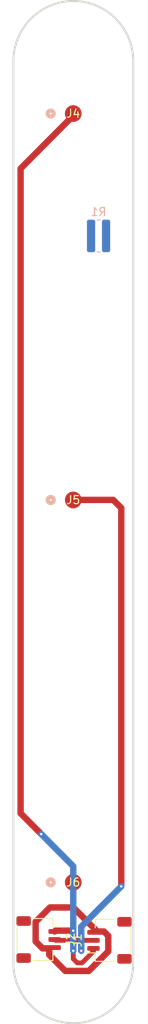
<source format=kicad_pcb>
(kicad_pcb (version 20240108) (generator "pcbnew") (generator_version "8.0")
  (layers (0 "F.Cu" signal) (31 "B.Cu" signal) (34 "B.Paste" user) (35 "F.Paste" user) (36 "B.SilkS" user "B.Silkscreen") (37 "F.SilkS" user "F.Silkscreen") (38 "B.Mask" user) (39 "F.Mask" user) (44 "Edge.Cuts" user))
  (net 0 "")
  (net 1 "GND")
  (net 2 "Signal")
  (net 3 "+3.3V")
  (footprint "Connector_JST:JST_SH_SM03B-SRSS-TB_1x03-1MP_P1.00mm_Horizontal" (layer "F.Cu") (at 154.175 148.1 -90)
    (property "Reference" "J2" (at 0 -3.98 90) (layer "F.SilkS"))
    (property "Value" "Conn_01x03_Pin")
    (fp_line (start -1.44 2.685) (end 1.44 2.685) (stroke (width 0.12)) (layer "F.SilkS"))
    (fp_line (start -2.61 0.715) (end -2.61 -1.785) (stroke (width 0.12)) (layer "F.SilkS"))
    (fp_line (start 2.61 0.715) (end 2.61 -1.785) (stroke (width 0.12)) (layer "F.SilkS"))
    (fp_line (start -2.61 -1.785) (end -1.56 -1.785) (stroke (width 0.12)) (layer "F.SilkS"))
    (fp_line (start -1.56 -1.785) (end -1.56 -2.775) (stroke (width 0.12)) (layer "F.SilkS"))
    (fp_line (start 2.61 -1.785) (end 1.56 -1.785) (stroke (width 0.12)) (layer "F.SilkS"))
    (pad "1" smd roundrect (at -1 -2 270) (size 0.6 1.55) (layers "F.Cu" "F.Paste" "F.Mask") (net 1 "GND"))
    (pad "2" smd roundrect (at 0 -2 270) (size 0.6 1.55) (layers "F.Cu" "F.Paste" "F.Mask") (net 2 "Signal"))
    (pad "3" smd roundrect (at 1 -2 270) (size 0.6 1.55) (layers "F.Cu" "F.Paste" "F.Mask") (net 3 "+3.3V"))
    (pad "MP" smd roundrect (at -2.3 1.875 270) (size 1.2 1.8) (layers "F.Cu" "F.Paste" "F.Mask") (roundrect_rratio 0.208333))
    (pad "MP" smd roundrect (at 2.3 1.875 270) (size 1.2 1.8) (layers "F.Cu" "F.Paste" "F.Mask") (roundrect_rratio 0.208333))
  )
  (footprint "0900_2_15_20_75_14_11_0:CONN_0900-2-15-20-75-14-11-0_MIM" (layer "F.Cu") (at 158.5 141)
    (property "Reference" "J6" (at 0 0 0) (layer "F.SilkS"))
    (property "Value" "Conn_01x01_Pin")
    (fp_circle (center -2.8194 0) (end -2.4384 0) (stroke (width 0.508)) (fill none) (layer "B.SilkS"))
    (fp_circle (center -2.8194 0) (end -2.4384 0) (stroke (width 0.508)) (fill none) (layer "F.SilkS"))
    (pad "1" smd circle (at 0 0) (size 2.0828 2.0828) (layers "F.Cu" "F.Paste" "F.Mask") (net 3 "+3.3V"))
  )
  (footprint "0900_2_15_20_75_14_11_0:CONN_0900-2-15-20-75-14-11-0_MIM" (layer "F.Cu") (at 158.5 45.5)
    (property "Reference" "J4" (at 0 0 0) (layer "F.SilkS"))
    (property "Value" "Conn_01x01_Pin")
    (fp_circle (center -2.8194 0) (end -2.4384 0) (stroke (width 0.508)) (fill none) (layer "B.SilkS"))
    (fp_circle (center -2.8194 0) (end -2.4384 0) (stroke (width 0.508)) (fill none) (layer "F.SilkS"))
    (pad "1" smd circle (at 0 0) (size 2.0828 2.0828) (layers "F.Cu" "F.Paste" "F.Mask") (net 1 "GND"))
  )
  (footprint "0900_2_15_20_75_14_11_0:CONN_0900-2-15-20-75-14-11-0_MIM" (layer "F.Cu") (at 158.5 93.5)
    (property "Reference" "J5" (at 0 0 0) (layer "F.SilkS"))
    (property "Value" "Conn_01x01_Pin")
    (fp_circle (center -2.8194 0) (end -2.4384 0) (stroke (width 0.508)) (fill none) (layer "B.SilkS"))
    (fp_circle (center -2.8194 0) (end -2.4384 0) (stroke (width 0.508)) (fill none) (layer "F.SilkS"))
    (pad "1" smd circle (at 0 0) (size 2.0828 2.0828) (layers "F.Cu" "F.Paste" "F.Mask") (net 2 "Signal"))
  )
  (footprint "Connector_JST:JST_SH_SM03B-SRSS-TB_1x03-1MP_P1.00mm_Horizontal" (layer "F.Cu") (at 163.025 148.2 90)
    (property "Reference" "J1" (at 0 -3.98 90) (layer "F.SilkS"))
    (property "Value" "Conn_01x03_Pin")
    (fp_line (start 2.61 -1.785) (end 1.56 -1.785) (stroke (width 0.12)) (layer "F.SilkS"))
    (fp_line (start -1.56 -1.785) (end -1.56 -2.775) (stroke (width 0.12)) (layer "F.SilkS"))
    (fp_line (start -2.61 -1.785) (end -1.56 -1.785) (stroke (width 0.12)) (layer "F.SilkS"))
    (fp_line (start 2.61 0.715) (end 2.61 -1.785) (stroke (width 0.12)) (layer "F.SilkS"))
    (fp_line (start -2.61 0.715) (end -2.61 -1.785) (stroke (width 0.12)) (layer "F.SilkS"))
    (fp_line (start -1.44 2.685) (end 1.44 2.685) (stroke (width 0.12)) (layer "F.SilkS"))
    (pad "1" smd roundrect (at -1 -2 90) (size 0.6 1.55) (layers "F.Cu" "F.Paste" "F.Mask") (net 1 "GND"))
    (pad "2" smd roundrect (at 0 -2 90) (size 0.6 1.55) (layers "F.Cu" "F.Paste" "F.Mask") (net 2 "Signal"))
    (pad "3" smd roundrect (at 1 -2 90) (size 0.6 1.55) (layers "F.Cu" "F.Paste" "F.Mask") (net 3 "+3.3V"))
    (pad "MP" smd roundrect (at -2.3 1.875 90) (size 1.2 1.8) (layers "F.Cu" "F.Paste" "F.Mask") (roundrect_rratio 0.208333))
    (pad "MP" smd roundrect (at 2.3 1.875 90) (size 1.2 1.8) (layers "F.Cu" "F.Paste" "F.Mask") (roundrect_rratio 0.208333))
  )
  (footprint "Resistor_SMD:R_0815_2038Metric" (layer "B.Cu") (at 161.6625 60.7 180)
    (property "Reference" "R1" (at 0 2.98 0) (layer "B.SilkS") (effects (justify mirror)))
    (property "Value" "R")
    (fp_line (start 0.210242 1.985) (end -0.210242 1.985) (stroke (width 0.12)) (layer "B.SilkS"))
    (fp_line (start 0.210242 -1.985) (end -0.210242 -1.985) (stroke (width 0.12)) (layer "B.SilkS"))
    (pad "1" smd roundrect (at -0.9375 0 180) (size 1.025 4.05) (layers "B.Cu" "B.Paste" "B.Mask") (roundrect_rratio 0.243902))
    (pad "2" smd roundrect (at 0.9375 0 180) (size 1.025 4.05) (layers "B.Cu" "B.Paste" "B.Mask") (roundrect_rratio 0.243902))
  )
  (gr_line (start 158.5095 158.490501) (end 158.5095 158.490501) (stroke (width 0.254)) (layer "Edge.Cuts"))
  (gr_arc (start 158.5095 31.520501) (mid 163.806084 33.714418) (end 166 39.011003) (stroke (width 0.254)) (layer "Edge.Cuts"))
  (gr_line (start 166 39.011003) (end 166 151) (stroke (width 0.254)) (layer "Edge.Cuts"))
  (gr_arc (start 166 151) (mid 163.806084 156.296584) (end 158.5095 158.490501) (stroke (width 0.254)) (layer "Edge.Cuts"))
  (gr_line (start 158.5095 31.520501) (end 158.5095 31.520501) (stroke (width 0.254)) (layer "Edge.Cuts"))
  (gr_arc (start 151.019 39.011003) (mid 153.212916 33.714418) (end 158.5095 31.520501) (stroke (width 0.254)) (layer "Edge.Cuts"))
  (gr_line (start 151.019 39.011003) (end 151.019 150.999999) (stroke (width 0.254)) (layer "Edge.Cuts"))
  (gr_arc (start 158.5095 158.490501) (mid 153.212916 156.296584) (end 151.019 150.999999) (stroke (width 0.254)) (layer "Edge.Cuts"))
  (segment (start 151.919 52.336001) (end 151.919 132.419) (width 0.8) (layer "F.Cu") (net 1))
  (segment (start 159 151) (end 158.5 150.5) (width 0.6) (layer "F.Cu") (net 1))
  (segment (start 158.5 45.755001) (end 151.919 52.336001) (width 0.8) (layer "F.Cu") (net 1))
  (segment (start 151.919 132.419) (end 154.5 135) (width 0.8) (layer "F.Cu") (net 1))
  (segment (start 158.5 45.5) (end 158.5 45.755001) (width 0.8) (layer "F.Cu") (net 1))
  (segment (start 158.5 147) (end 156.275 147) (width 0.8) (layer "F.Cu") (net 1))
  (segment (start 161.025 149.575) (end 159.6 151) (width 0.6) (layer "F.Cu") (net 1))
  (segment (start 158.5 150.5) (end 158.5 149.5) (width 0.6) (layer "F.Cu") (net 1))
  (segment (start 161.025 149.2) (end 161.025 149.575) (width 0.6) (layer "F.Cu") (net 1))
  (segment (start 156.275 147) (end 156.175 147.1) (width 0.8) (layer "F.Cu") (net 1))
  (segment (start 159.6 151) (end 159 151) (width 0.6) (layer "F.Cu") (net 1))
  (via (at 158.5 147) (size 0.6) (drill 0.3) (layers "F.Cu" "B.Cu") (net 1))
  (via (at 158.5 149.5) (size 0.6) (drill 0.3) (layers "F.Cu" "B.Cu") (net 1))
  (via (at 154.5 135) (size 0.6) (drill 0.3) (layers "F.Cu" "B.Cu") (net 1))
  (segment (start 158.5 139) (end 158.5 147) (width 0.8) (layer "B.Cu") (net 1))
  (segment (start 158.5 147) (end 158.5 149.5) (width 0.8) (layer "B.Cu") (net 1))
  (segment (start 154.5 135) (end 158.5 139) (width 0.8) (layer "B.Cu") (net 1))
  (segment (start 164.5 94.5) (end 164.5 141.5) (width 0.8) (layer "F.Cu") (net 2))
  (segment (start 163.490501 93.490501) (end 164.5 94.5) (width 0.8) (layer "F.Cu") (net 2))
  (segment (start 156.175 148.1) (end 156.275 148.2) (width 0.6) (layer "F.Cu") (net 2))
  (segment (start 159.5 148.2) (end 161.406501 148.2) (width 0.6) (layer "F.Cu") (net 2))
  (segment (start 159.5 149.5) (end 159.5 148.2) (width 0.8) (layer "F.Cu") (net 2))
  (segment (start 156.275 148.2) (end 159.5 148.2) (width 0.6) (layer "F.Cu") (net 2))
  (segment (start 158.5095 93.490501) (end 163.490501 93.490501) (width 0.8) (layer "F.Cu") (net 2))
  (via (at 159.5 149.5) (size 0.6) (drill 0.3) (layers "F.Cu" "B.Cu") (net 2))
  (via (at 164.5 141.5) (size 0.6) (drill 0.3) (layers "F.Cu" "B.Cu") (net 2))
  (segment (start 159.5 146.5) (end 159.5 149.5) (width 0.8) (layer "B.Cu") (net 2))
  (segment (start 164.5 141.5) (end 159.5 146.5) (width 0.8) (layer "B.Cu") (net 2))
  (segment (start 158.5095 144.116001) (end 155.583999 144.116001) (width 0.8) (layer "F.Cu") (net 3))
  (segment (start 155.5 150) (end 157.5 152) (width 0.8) (layer "F.Cu") (net 3))
  (segment (start 153.8 148.339816) (end 154.660184 149.2) (width 0.8) (layer "F.Cu") (net 3))
  (segment (start 155.5 149.2) (end 155.5 150) (width 0.8) (layer "F.Cu") (net 3))
  (segment (start 153.8 146.8) (end 153.8 148.339816) (width 0.8) (layer "F.Cu") (net 3))
  (segment (start 154.660184 149.2) (end 155.5 149.2) (width 0.8) (layer "F.Cu") (net 3))
  (segment (start 162.875 147.641685) (end 162.339816 147.106501) (width 0.8) (layer "F.Cu") (net 3))
  (segment (start 158.5 144.106501) (end 158.5 141) (width 0.8) (layer "F.Cu") (net 3))
  (segment (start 161.5 147.106501) (end 158.5095 144.116001) (width 0.8) (layer "F.Cu") (net 3))
  (segment (start 155.583999 144.116001) (end 153.8 145.9) (width 0.8) (layer "F.Cu") (net 3))
  (segment (start 162.875 149.571317) (end 162.875 147.641685) (width 0.8) (layer "F.Cu") (net 3))
  (segment (start 162.339816 147.106501) (end 161.5 147.106501) (width 0.8) (layer "F.Cu") (net 3))
  (segment (start 160.446317 152) (end 162.875 149.571317) (width 0.8) (layer "F.Cu") (net 3))
  (segment (start 158.5095 144.116001) (end 158.5 144.106501) (width 0.8) (layer "F.Cu") (net 3))
  (segment (start 157.5 152) (end 160.446317 152) (width 0.8) (layer "F.Cu") (net 3))
  (segment (start 153.8 145.9) (end 153.8 146.8) (width 0.8) (layer "F.Cu") (net 3))
)
</source>
